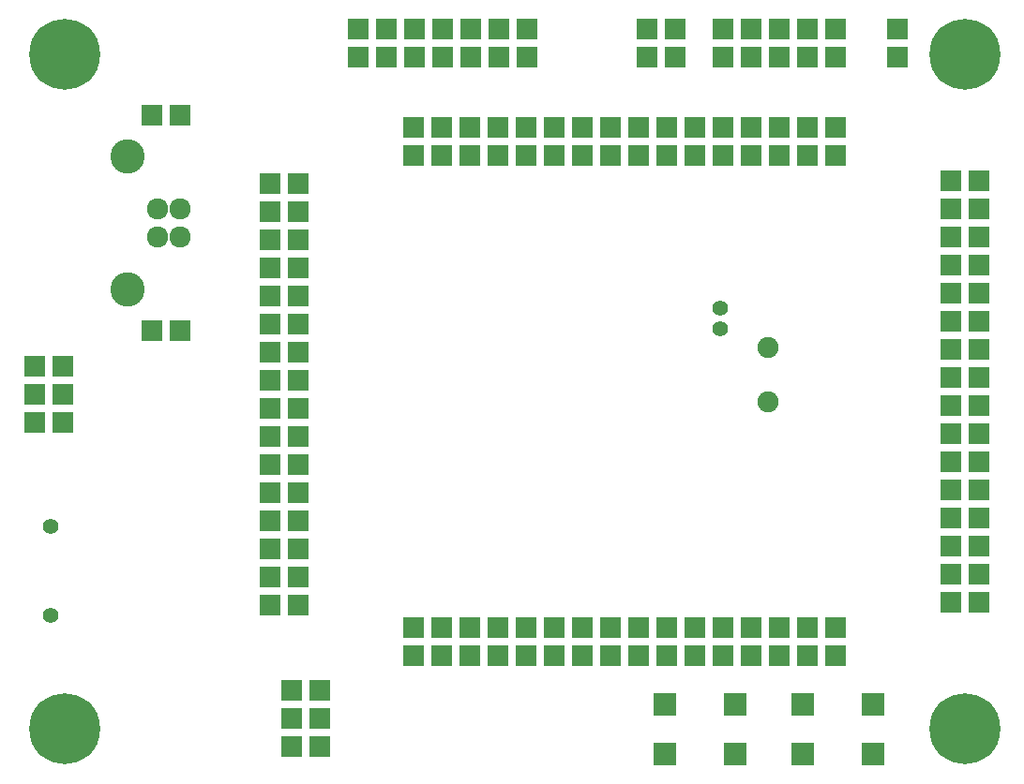
<source format=gbr>
G04 #@! TF.FileFunction,Soldermask,Top*
%FSLAX46Y46*%
G04 Gerber Fmt 4.6, Leading zero omitted, Abs format (unit mm)*
G04 Created by KiCad (PCBNEW 4.0.7+dfsg1-1) date Thu Jan  4 12:44:21 2018*
%MOMM*%
%LPD*%
G01*
G04 APERTURE LIST*
%ADD10C,0.300000*%
%ADD11C,6.400000*%
%ADD12R,2.076400X2.076400*%
%ADD13C,1.901140*%
%ADD14R,1.924000X1.924000*%
%ADD15C,1.920000*%
%ADD16C,3.100000*%
%ADD17C,1.400000*%
G04 APERTURE END LIST*
D10*
D11*
X112776000Y-68580000D03*
X194056000Y-129540000D03*
X112776000Y-129540000D03*
X194056000Y-68580000D03*
D12*
X167030000Y-131790000D03*
X167030000Y-127290000D03*
X173330000Y-131790000D03*
X173330000Y-127290000D03*
X185776000Y-127290000D03*
X185776000Y-131790000D03*
X179476000Y-127290000D03*
X179476000Y-131790000D03*
D13*
X176339500Y-95095060D03*
X176339500Y-99976940D03*
D14*
X120650000Y-74104500D03*
X123190000Y-74104500D03*
X120650000Y-93535500D03*
X123190000Y-93535500D03*
X112670000Y-101840000D03*
X110130000Y-101840000D03*
X112670000Y-99300000D03*
X110130000Y-99300000D03*
X112670000Y-96760000D03*
X110130000Y-96760000D03*
X182372000Y-66294000D03*
X182372000Y-68834000D03*
X179832000Y-66294000D03*
X179832000Y-68834000D03*
X177292000Y-66294000D03*
X177292000Y-68834000D03*
X174752000Y-66294000D03*
X174752000Y-68834000D03*
X172212000Y-66294000D03*
X172212000Y-68834000D03*
X133330000Y-126060000D03*
X135870000Y-126060000D03*
X133330000Y-128600000D03*
X135870000Y-128600000D03*
X133330000Y-131140000D03*
X135870000Y-131140000D03*
X192786000Y-80010000D03*
X195326000Y-80010000D03*
X192786000Y-82550000D03*
X195326000Y-82550000D03*
X192786000Y-85090000D03*
X195326000Y-85090000D03*
X192786000Y-87630000D03*
X195326000Y-87630000D03*
X192786000Y-90170000D03*
X195326000Y-90170000D03*
X192786000Y-92710000D03*
X195326000Y-92710000D03*
X192786000Y-95250000D03*
X195326000Y-95250000D03*
X192786000Y-97790000D03*
X195326000Y-97790000D03*
X192786000Y-100330000D03*
X195326000Y-100330000D03*
X192786000Y-102870000D03*
X195326000Y-102870000D03*
X192786000Y-105410000D03*
X195326000Y-105410000D03*
X192786000Y-107950000D03*
X195326000Y-107950000D03*
X192786000Y-110490000D03*
X195326000Y-110490000D03*
X192786000Y-113030000D03*
X195326000Y-113030000D03*
X192786000Y-115570000D03*
X195326000Y-115570000D03*
X192786000Y-118110000D03*
X195326000Y-118110000D03*
D15*
X123190000Y-82550000D03*
X123190000Y-85090000D03*
X121190000Y-85090000D03*
X121190000Y-82550000D03*
D16*
X118490000Y-77820000D03*
X118490000Y-89820000D03*
D14*
X165354000Y-66294000D03*
X167894000Y-66294000D03*
X165354000Y-68834000D03*
X167894000Y-68834000D03*
X187960000Y-68834000D03*
X187960000Y-66294000D03*
X182372000Y-75184000D03*
X182372000Y-77724000D03*
X179832000Y-75184000D03*
X179832000Y-77724000D03*
X177292000Y-75184000D03*
X177292000Y-77724000D03*
X174752000Y-75184000D03*
X174752000Y-77724000D03*
X172212000Y-75184000D03*
X172212000Y-77724000D03*
X169672000Y-75184000D03*
X169672000Y-77724000D03*
X167132000Y-75184000D03*
X167132000Y-77724000D03*
X164592000Y-75184000D03*
X164592000Y-77724000D03*
X162052000Y-75184000D03*
X162052000Y-77724000D03*
X159512000Y-75184000D03*
X159512000Y-77724000D03*
X156972000Y-75184000D03*
X156972000Y-77724000D03*
X154432000Y-75184000D03*
X154432000Y-77724000D03*
X151892000Y-75184000D03*
X151892000Y-77724000D03*
X149352000Y-75184000D03*
X149352000Y-77724000D03*
X146812000Y-75184000D03*
X146812000Y-77724000D03*
X144272000Y-75184000D03*
X144272000Y-77724000D03*
X131318000Y-80264000D03*
X133858000Y-80264000D03*
X131318000Y-82804000D03*
X133858000Y-82804000D03*
X131318000Y-85344000D03*
X133858000Y-85344000D03*
X131318000Y-87884000D03*
X133858000Y-87884000D03*
X131318000Y-90424000D03*
X133858000Y-90424000D03*
X131318000Y-92964000D03*
X133858000Y-92964000D03*
X131318000Y-95504000D03*
X133858000Y-95504000D03*
X131318000Y-98044000D03*
X133858000Y-98044000D03*
X131318000Y-100584000D03*
X133858000Y-100584000D03*
X131318000Y-103124000D03*
X133858000Y-103124000D03*
X131318000Y-105664000D03*
X133858000Y-105664000D03*
X131318000Y-108204000D03*
X133858000Y-108204000D03*
X131318000Y-110744000D03*
X133858000Y-110744000D03*
X131318000Y-113284000D03*
X133858000Y-113284000D03*
X131318000Y-115824000D03*
X133858000Y-115824000D03*
X131318000Y-118364000D03*
X133858000Y-118364000D03*
X144272000Y-122936000D03*
X144272000Y-120396000D03*
X146812000Y-122936000D03*
X146812000Y-120396000D03*
X149352000Y-122936000D03*
X149352000Y-120396000D03*
X151892000Y-122936000D03*
X151892000Y-120396000D03*
X154432000Y-122936000D03*
X154432000Y-120396000D03*
X156972000Y-122936000D03*
X156972000Y-120396000D03*
X159512000Y-122936000D03*
X159512000Y-120396000D03*
X162052000Y-122936000D03*
X162052000Y-120396000D03*
X164592000Y-122936000D03*
X164592000Y-120396000D03*
X167132000Y-122936000D03*
X167132000Y-120396000D03*
X169672000Y-122936000D03*
X169672000Y-120396000D03*
X172212000Y-122936000D03*
X172212000Y-120396000D03*
X174752000Y-122936000D03*
X174752000Y-120396000D03*
X177292000Y-122936000D03*
X177292000Y-120396000D03*
X179832000Y-122936000D03*
X179832000Y-120396000D03*
X182372000Y-122936000D03*
X182372000Y-120396000D03*
D17*
X111538000Y-111250000D03*
X111538000Y-119250000D03*
D14*
X139330000Y-68820000D03*
X139330000Y-66280000D03*
X141870000Y-68820000D03*
X141870000Y-66280000D03*
X144410000Y-68820000D03*
X144410000Y-66280000D03*
X146950000Y-68820000D03*
X146950000Y-66280000D03*
X149490000Y-68820000D03*
X149490000Y-66280000D03*
X152030000Y-68820000D03*
X152030000Y-66280000D03*
X154570000Y-68820000D03*
X154570000Y-66280000D03*
D17*
X171958000Y-91508500D03*
X171958000Y-93408500D03*
M02*

</source>
